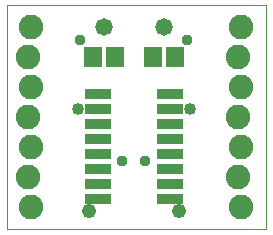
<source format=gts>
G75*
%MOIN*%
%OFA0B0*%
%FSLAX24Y24*%
%IPPOS*%
%LPD*%
%AMOC8*
5,1,8,0,0,1.08239X$1,22.5*
%
%ADD10C,0.0000*%
%ADD11R,0.0880X0.0340*%
%ADD12C,0.0820*%
%ADD13R,0.0592X0.0671*%
%ADD14C,0.0378*%
%ADD15C,0.0580*%
%ADD16C,0.0400*%
%ADD17C,0.0480*%
D10*
X000100Y000100D02*
X000100Y007580D01*
X008761Y007580D01*
X008761Y000100D01*
X000100Y000100D01*
D11*
X003140Y001100D03*
X003140Y001600D03*
X003140Y002100D03*
X003140Y002600D03*
X003140Y003100D03*
X003140Y003600D03*
X003140Y004100D03*
X003140Y004600D03*
X005560Y004600D03*
X005560Y004100D03*
X005560Y003600D03*
X005560Y003100D03*
X005560Y002600D03*
X005560Y002100D03*
X005560Y001600D03*
X005560Y001100D03*
D12*
X007800Y001850D03*
X007900Y000850D03*
X007900Y002850D03*
X007800Y003850D03*
X007900Y004850D03*
X007800Y005850D03*
X007900Y006850D03*
X000900Y006850D03*
X000800Y005850D03*
X000900Y004850D03*
X000800Y003850D03*
X000900Y002850D03*
X000800Y001850D03*
X000900Y000850D03*
D13*
X002976Y005850D03*
X003724Y005850D03*
X004976Y005850D03*
X005724Y005850D03*
D14*
X006104Y006399D03*
X002561Y006399D03*
X003939Y002364D03*
X004726Y002364D03*
D15*
X005350Y006850D03*
X003350Y006850D03*
D16*
X002475Y004100D03*
X006225Y004100D03*
D17*
X005850Y000725D03*
X002850Y000725D03*
M02*

</source>
